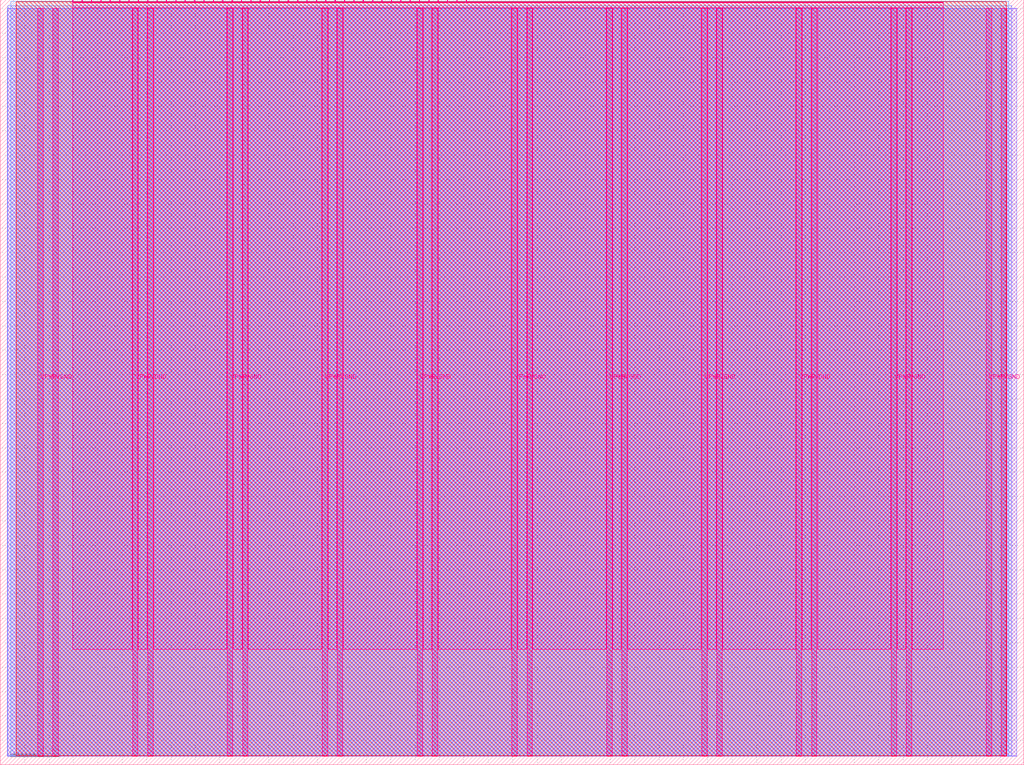
<source format=lef>
VERSION 5.7 ;
  NOWIREEXTENSIONATPIN ON ;
  DIVIDERCHAR "/" ;
  BUSBITCHARS "[]" ;
MACRO tt_um_rejunity_z80
  CLASS BLOCK ;
  FOREIGN tt_um_rejunity_z80 ;
  ORIGIN 0.000 0.000 ;
  SIZE 419.520 BY 313.740 ;
  PIN VGND
    DIRECTION INOUT ;
    USE GROUND ;
    PORT
      LAYER Metal5 ;
        RECT 21.580 3.560 23.780 310.180 ;
    END
    PORT
      LAYER Metal5 ;
        RECT 60.450 3.560 62.650 310.180 ;
    END
    PORT
      LAYER Metal5 ;
        RECT 99.320 3.560 101.520 310.180 ;
    END
    PORT
      LAYER Metal5 ;
        RECT 138.190 3.560 140.390 310.180 ;
    END
    PORT
      LAYER Metal5 ;
        RECT 177.060 3.560 179.260 310.180 ;
    END
    PORT
      LAYER Metal5 ;
        RECT 215.930 3.560 218.130 310.180 ;
    END
    PORT
      LAYER Metal5 ;
        RECT 254.800 3.560 257.000 310.180 ;
    END
    PORT
      LAYER Metal5 ;
        RECT 293.670 3.560 295.870 310.180 ;
    END
    PORT
      LAYER Metal5 ;
        RECT 332.540 3.560 334.740 310.180 ;
    END
    PORT
      LAYER Metal5 ;
        RECT 371.410 3.560 373.610 310.180 ;
    END
    PORT
      LAYER Metal5 ;
        RECT 410.280 3.560 412.480 310.180 ;
    END
  END VGND
  PIN VPWR
    DIRECTION INOUT ;
    USE POWER ;
    PORT
      LAYER Metal5 ;
        RECT 15.380 3.560 17.580 310.180 ;
    END
    PORT
      LAYER Metal5 ;
        RECT 54.250 3.560 56.450 310.180 ;
    END
    PORT
      LAYER Metal5 ;
        RECT 93.120 3.560 95.320 310.180 ;
    END
    PORT
      LAYER Metal5 ;
        RECT 131.990 3.560 134.190 310.180 ;
    END
    PORT
      LAYER Metal5 ;
        RECT 170.860 3.560 173.060 310.180 ;
    END
    PORT
      LAYER Metal5 ;
        RECT 209.730 3.560 211.930 310.180 ;
    END
    PORT
      LAYER Metal5 ;
        RECT 248.600 3.560 250.800 310.180 ;
    END
    PORT
      LAYER Metal5 ;
        RECT 287.470 3.560 289.670 310.180 ;
    END
    PORT
      LAYER Metal5 ;
        RECT 326.340 3.560 328.540 310.180 ;
    END
    PORT
      LAYER Metal5 ;
        RECT 365.210 3.560 367.410 310.180 ;
    END
    PORT
      LAYER Metal5 ;
        RECT 404.080 3.560 406.280 310.180 ;
    END
  END VPWR
  PIN clk
    DIRECTION INPUT ;
    USE SIGNAL ;
    ANTENNAGATEAREA 0.213200 ;
    PORT
      LAYER Metal5 ;
        RECT 187.050 312.740 187.350 313.740 ;
    END
  END clk
  PIN ena
    DIRECTION INPUT ;
    USE SIGNAL ;
    ANTENNAGATEAREA 0.213200 ;
    PORT
      LAYER Metal5 ;
        RECT 190.890 312.740 191.190 313.740 ;
    END
  END ena
  PIN rst_n
    DIRECTION INPUT ;
    USE SIGNAL ;
    ANTENNAGATEAREA 0.213200 ;
    PORT
      LAYER Metal5 ;
        RECT 183.210 312.740 183.510 313.740 ;
    END
  END rst_n
  PIN ui_in[0]
    DIRECTION INPUT ;
    USE SIGNAL ;
    ANTENNAGATEAREA 0.213200 ;
    PORT
      LAYER Metal5 ;
        RECT 179.370 312.740 179.670 313.740 ;
    END
  END ui_in[0]
  PIN ui_in[1]
    DIRECTION INPUT ;
    USE SIGNAL ;
    ANTENNAGATEAREA 0.180700 ;
    PORT
      LAYER Metal5 ;
        RECT 175.530 312.740 175.830 313.740 ;
    END
  END ui_in[1]
  PIN ui_in[2]
    DIRECTION INPUT ;
    USE SIGNAL ;
    ANTENNAGATEAREA 0.180700 ;
    PORT
      LAYER Metal5 ;
        RECT 171.690 312.740 171.990 313.740 ;
    END
  END ui_in[2]
  PIN ui_in[3]
    DIRECTION INPUT ;
    USE SIGNAL ;
    ANTENNAGATEAREA 0.180700 ;
    PORT
      LAYER Metal5 ;
        RECT 167.850 312.740 168.150 313.740 ;
    END
  END ui_in[3]
  PIN ui_in[4]
    DIRECTION INPUT ;
    USE SIGNAL ;
    PORT
      LAYER Metal5 ;
        RECT 164.010 312.740 164.310 313.740 ;
    END
  END ui_in[4]
  PIN ui_in[5]
    DIRECTION INPUT ;
    USE SIGNAL ;
    PORT
      LAYER Metal5 ;
        RECT 160.170 312.740 160.470 313.740 ;
    END
  END ui_in[5]
  PIN ui_in[6]
    DIRECTION INPUT ;
    USE SIGNAL ;
    ANTENNAGATEAREA 0.213200 ;
    PORT
      LAYER Metal5 ;
        RECT 156.330 312.740 156.630 313.740 ;
    END
  END ui_in[6]
  PIN ui_in[7]
    DIRECTION INPUT ;
    USE SIGNAL ;
    ANTENNAGATEAREA 0.213200 ;
    PORT
      LAYER Metal5 ;
        RECT 152.490 312.740 152.790 313.740 ;
    END
  END ui_in[7]
  PIN uio_in[0]
    DIRECTION INPUT ;
    USE SIGNAL ;
    ANTENNAGATEAREA 0.213200 ;
    PORT
      LAYER Metal5 ;
        RECT 148.650 312.740 148.950 313.740 ;
    END
  END uio_in[0]
  PIN uio_in[1]
    DIRECTION INPUT ;
    USE SIGNAL ;
    ANTENNAGATEAREA 0.213200 ;
    PORT
      LAYER Metal5 ;
        RECT 144.810 312.740 145.110 313.740 ;
    END
  END uio_in[1]
  PIN uio_in[2]
    DIRECTION INPUT ;
    USE SIGNAL ;
    ANTENNAGATEAREA 0.213200 ;
    PORT
      LAYER Metal5 ;
        RECT 140.970 312.740 141.270 313.740 ;
    END
  END uio_in[2]
  PIN uio_in[3]
    DIRECTION INPUT ;
    USE SIGNAL ;
    ANTENNAGATEAREA 0.213200 ;
    PORT
      LAYER Metal5 ;
        RECT 137.130 312.740 137.430 313.740 ;
    END
  END uio_in[3]
  PIN uio_in[4]
    DIRECTION INPUT ;
    USE SIGNAL ;
    ANTENNAGATEAREA 0.213200 ;
    PORT
      LAYER Metal5 ;
        RECT 133.290 312.740 133.590 313.740 ;
    END
  END uio_in[4]
  PIN uio_in[5]
    DIRECTION INPUT ;
    USE SIGNAL ;
    ANTENNAGATEAREA 0.213200 ;
    PORT
      LAYER Metal5 ;
        RECT 129.450 312.740 129.750 313.740 ;
    END
  END uio_in[5]
  PIN uio_in[6]
    DIRECTION INPUT ;
    USE SIGNAL ;
    ANTENNAGATEAREA 0.213200 ;
    PORT
      LAYER Metal5 ;
        RECT 125.610 312.740 125.910 313.740 ;
    END
  END uio_in[6]
  PIN uio_in[7]
    DIRECTION INPUT ;
    USE SIGNAL ;
    ANTENNAGATEAREA 0.213200 ;
    PORT
      LAYER Metal5 ;
        RECT 121.770 312.740 122.070 313.740 ;
    END
  END uio_in[7]
  PIN uio_oe[0]
    DIRECTION OUTPUT ;
    USE SIGNAL ;
    ANTENNADIFFAREA 0.654800 ;
    PORT
      LAYER Metal5 ;
        RECT 56.490 312.740 56.790 313.740 ;
    END
  END uio_oe[0]
  PIN uio_oe[1]
    DIRECTION OUTPUT ;
    USE SIGNAL ;
    ANTENNADIFFAREA 0.654800 ;
    PORT
      LAYER Metal5 ;
        RECT 52.650 312.740 52.950 313.740 ;
    END
  END uio_oe[1]
  PIN uio_oe[2]
    DIRECTION OUTPUT ;
    USE SIGNAL ;
    ANTENNADIFFAREA 0.654800 ;
    PORT
      LAYER Metal5 ;
        RECT 48.810 312.740 49.110 313.740 ;
    END
  END uio_oe[2]
  PIN uio_oe[3]
    DIRECTION OUTPUT ;
    USE SIGNAL ;
    ANTENNADIFFAREA 0.654800 ;
    PORT
      LAYER Metal5 ;
        RECT 44.970 312.740 45.270 313.740 ;
    END
  END uio_oe[3]
  PIN uio_oe[4]
    DIRECTION OUTPUT ;
    USE SIGNAL ;
    ANTENNADIFFAREA 0.654800 ;
    PORT
      LAYER Metal5 ;
        RECT 41.130 312.740 41.430 313.740 ;
    END
  END uio_oe[4]
  PIN uio_oe[5]
    DIRECTION OUTPUT ;
    USE SIGNAL ;
    ANTENNADIFFAREA 0.654800 ;
    PORT
      LAYER Metal5 ;
        RECT 37.290 312.740 37.590 313.740 ;
    END
  END uio_oe[5]
  PIN uio_oe[6]
    DIRECTION OUTPUT ;
    USE SIGNAL ;
    ANTENNADIFFAREA 0.654800 ;
    PORT
      LAYER Metal5 ;
        RECT 33.450 312.740 33.750 313.740 ;
    END
  END uio_oe[6]
  PIN uio_oe[7]
    DIRECTION OUTPUT ;
    USE SIGNAL ;
    ANTENNADIFFAREA 0.654800 ;
    PORT
      LAYER Metal5 ;
        RECT 29.610 312.740 29.910 313.740 ;
    END
  END uio_oe[7]
  PIN uio_out[0]
    DIRECTION OUTPUT ;
    USE SIGNAL ;
    ANTENNAGATEAREA 0.388200 ;
    ANTENNADIFFAREA 0.632400 ;
    PORT
      LAYER Metal5 ;
        RECT 87.210 312.740 87.510 313.740 ;
    END
  END uio_out[0]
  PIN uio_out[1]
    DIRECTION OUTPUT ;
    USE SIGNAL ;
    ANTENNAGATEAREA 0.388200 ;
    ANTENNADIFFAREA 0.632400 ;
    PORT
      LAYER Metal5 ;
        RECT 83.370 312.740 83.670 313.740 ;
    END
  END uio_out[1]
  PIN uio_out[2]
    DIRECTION OUTPUT ;
    USE SIGNAL ;
    ANTENNAGATEAREA 0.388200 ;
    ANTENNADIFFAREA 0.632400 ;
    PORT
      LAYER Metal5 ;
        RECT 79.530 312.740 79.830 313.740 ;
    END
  END uio_out[2]
  PIN uio_out[3]
    DIRECTION OUTPUT ;
    USE SIGNAL ;
    ANTENNAGATEAREA 0.109200 ;
    ANTENNADIFFAREA 0.632400 ;
    PORT
      LAYER Metal5 ;
        RECT 75.690 312.740 75.990 313.740 ;
    END
  END uio_out[3]
  PIN uio_out[4]
    DIRECTION OUTPUT ;
    USE SIGNAL ;
    ANTENNAGATEAREA 0.109200 ;
    ANTENNADIFFAREA 0.632400 ;
    PORT
      LAYER Metal5 ;
        RECT 71.850 312.740 72.150 313.740 ;
    END
  END uio_out[4]
  PIN uio_out[5]
    DIRECTION OUTPUT ;
    USE SIGNAL ;
    ANTENNAGATEAREA 0.109200 ;
    ANTENNADIFFAREA 0.632400 ;
    PORT
      LAYER Metal5 ;
        RECT 68.010 312.740 68.310 313.740 ;
    END
  END uio_out[5]
  PIN uio_out[6]
    DIRECTION OUTPUT ;
    USE SIGNAL ;
    ANTENNAGATEAREA 0.109200 ;
    ANTENNADIFFAREA 0.632400 ;
    PORT
      LAYER Metal5 ;
        RECT 64.170 312.740 64.470 313.740 ;
    END
  END uio_out[6]
  PIN uio_out[7]
    DIRECTION OUTPUT ;
    USE SIGNAL ;
    ANTENNAGATEAREA 0.109200 ;
    ANTENNADIFFAREA 0.632400 ;
    PORT
      LAYER Metal5 ;
        RECT 60.330 312.740 60.630 313.740 ;
    END
  END uio_out[7]
  PIN uo_out[0]
    DIRECTION OUTPUT ;
    USE SIGNAL ;
    ANTENNADIFFAREA 1.023000 ;
    PORT
      LAYER Metal5 ;
        RECT 117.930 312.740 118.230 313.740 ;
    END
  END uo_out[0]
  PIN uo_out[1]
    DIRECTION OUTPUT ;
    USE SIGNAL ;
    ANTENNADIFFAREA 0.958400 ;
    PORT
      LAYER Metal5 ;
        RECT 114.090 312.740 114.390 313.740 ;
    END
  END uo_out[1]
  PIN uo_out[2]
    DIRECTION OUTPUT ;
    USE SIGNAL ;
    ANTENNADIFFAREA 0.958400 ;
    PORT
      LAYER Metal5 ;
        RECT 110.250 312.740 110.550 313.740 ;
    END
  END uo_out[2]
  PIN uo_out[3]
    DIRECTION OUTPUT ;
    USE SIGNAL ;
    ANTENNADIFFAREA 0.958400 ;
    PORT
      LAYER Metal5 ;
        RECT 106.410 312.740 106.710 313.740 ;
    END
  END uo_out[3]
  PIN uo_out[4]
    DIRECTION OUTPUT ;
    USE SIGNAL ;
    ANTENNADIFFAREA 0.958400 ;
    PORT
      LAYER Metal5 ;
        RECT 102.570 312.740 102.870 313.740 ;
    END
  END uo_out[4]
  PIN uo_out[5]
    DIRECTION OUTPUT ;
    USE SIGNAL ;
    ANTENNADIFFAREA 0.958400 ;
    PORT
      LAYER Metal5 ;
        RECT 98.730 312.740 99.030 313.740 ;
    END
  END uo_out[5]
  PIN uo_out[6]
    DIRECTION OUTPUT ;
    USE SIGNAL ;
    ANTENNADIFFAREA 1.023000 ;
    PORT
      LAYER Metal5 ;
        RECT 94.890 312.740 95.190 313.740 ;
    END
  END uo_out[6]
  PIN uo_out[7]
    DIRECTION OUTPUT ;
    USE SIGNAL ;
    ANTENNADIFFAREA 0.958400 ;
    PORT
      LAYER Metal5 ;
        RECT 91.050 312.740 91.350 313.740 ;
    END
  END uo_out[7]
  OBS
      LAYER GatPoly ;
        RECT 2.880 3.630 416.640 310.110 ;
      LAYER Metal1 ;
        RECT 2.880 3.560 416.640 310.180 ;
      LAYER Metal2 ;
        RECT 3.170 3.680 414.625 311.320 ;
      LAYER Metal3 ;
        RECT 4.220 3.635 413.380 313.045 ;
      LAYER Metal4 ;
        RECT 6.575 3.680 412.345 313.000 ;
      LAYER Metal5 ;
        RECT 30.120 312.530 33.240 312.740 ;
        RECT 33.960 312.530 37.080 312.740 ;
        RECT 37.800 312.530 40.920 312.740 ;
        RECT 41.640 312.530 44.760 312.740 ;
        RECT 45.480 312.530 48.600 312.740 ;
        RECT 49.320 312.530 52.440 312.740 ;
        RECT 53.160 312.530 56.280 312.740 ;
        RECT 57.000 312.530 60.120 312.740 ;
        RECT 60.840 312.530 63.960 312.740 ;
        RECT 64.680 312.530 67.800 312.740 ;
        RECT 68.520 312.530 71.640 312.740 ;
        RECT 72.360 312.530 75.480 312.740 ;
        RECT 76.200 312.530 79.320 312.740 ;
        RECT 80.040 312.530 83.160 312.740 ;
        RECT 83.880 312.530 87.000 312.740 ;
        RECT 87.720 312.530 90.840 312.740 ;
        RECT 91.560 312.530 94.680 312.740 ;
        RECT 95.400 312.530 98.520 312.740 ;
        RECT 99.240 312.530 102.360 312.740 ;
        RECT 103.080 312.530 106.200 312.740 ;
        RECT 106.920 312.530 110.040 312.740 ;
        RECT 110.760 312.530 113.880 312.740 ;
        RECT 114.600 312.530 117.720 312.740 ;
        RECT 118.440 312.530 121.560 312.740 ;
        RECT 122.280 312.530 125.400 312.740 ;
        RECT 126.120 312.530 129.240 312.740 ;
        RECT 129.960 312.530 133.080 312.740 ;
        RECT 133.800 312.530 136.920 312.740 ;
        RECT 137.640 312.530 140.760 312.740 ;
        RECT 141.480 312.530 144.600 312.740 ;
        RECT 145.320 312.530 148.440 312.740 ;
        RECT 149.160 312.530 152.280 312.740 ;
        RECT 153.000 312.530 156.120 312.740 ;
        RECT 156.840 312.530 159.960 312.740 ;
        RECT 160.680 312.530 163.800 312.740 ;
        RECT 164.520 312.530 167.640 312.740 ;
        RECT 168.360 312.530 171.480 312.740 ;
        RECT 172.200 312.530 175.320 312.740 ;
        RECT 176.040 312.530 179.160 312.740 ;
        RECT 179.880 312.530 183.000 312.740 ;
        RECT 183.720 312.530 186.840 312.740 ;
        RECT 187.560 312.530 190.680 312.740 ;
        RECT 191.400 312.530 386.500 312.740 ;
        RECT 29.660 310.390 386.500 312.530 ;
        RECT 29.660 47.315 54.040 310.390 ;
        RECT 56.660 47.315 60.240 310.390 ;
        RECT 62.860 47.315 92.910 310.390 ;
        RECT 95.530 47.315 99.110 310.390 ;
        RECT 101.730 47.315 131.780 310.390 ;
        RECT 134.400 47.315 137.980 310.390 ;
        RECT 140.600 47.315 170.650 310.390 ;
        RECT 173.270 47.315 176.850 310.390 ;
        RECT 179.470 47.315 209.520 310.390 ;
        RECT 212.140 47.315 215.720 310.390 ;
        RECT 218.340 47.315 248.390 310.390 ;
        RECT 251.010 47.315 254.590 310.390 ;
        RECT 257.210 47.315 287.260 310.390 ;
        RECT 289.880 47.315 293.460 310.390 ;
        RECT 296.080 47.315 326.130 310.390 ;
        RECT 328.750 47.315 332.330 310.390 ;
        RECT 334.950 47.315 365.000 310.390 ;
        RECT 367.620 47.315 371.200 310.390 ;
        RECT 373.820 47.315 386.500 310.390 ;
  END
END tt_um_rejunity_z80
END LIBRARY


</source>
